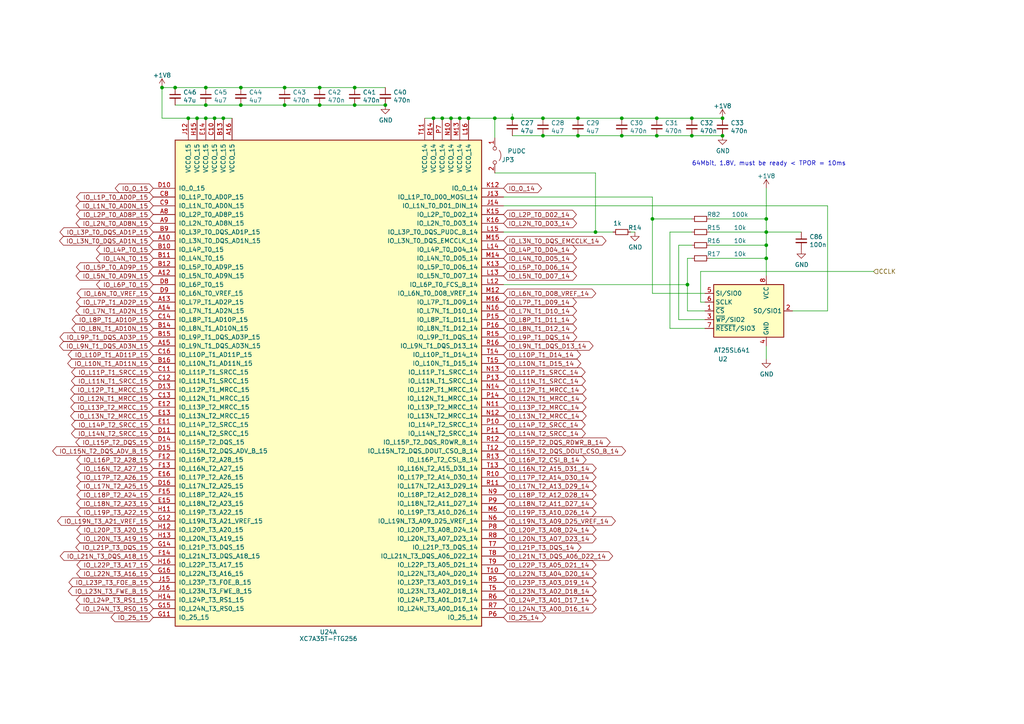
<source format=kicad_sch>
(kicad_sch (version 20230121) (generator eeschema)
  (paper "A4")
  (junction (at 92.71 30.48))
  (junction (at 143.51 34.29))
  (junction (at 180.34 34.29))
  (junction (at 199.39 82.55))
  (junction (at 135.89 34.29))
  (junction (at 69.85 30.48))
  (junction (at 125.73 34.29))
  (junction (at 157.48 34.29))
  (junction (at 222.25 74.93))
  (junction (at 180.34 39.37))
  (junction (at 59.69 25.4))
  (junction (at 190.5 34.29))
  (junction (at 92.71 25.4))
  (junction (at 189.23 63.5))
  (junction (at 172.72 67.31))
  (junction (at 167.64 39.37))
  (junction (at 46.99 25.4))
  (junction (at 200.66 34.29))
  (junction (at 59.69 34.29))
  (junction (at 190.5 39.37))
  (junction (at 148.59 34.29))
  (junction (at 102.87 25.4))
  (junction (at 50.8 25.4))
  (junction (at 59.69 30.48))
  (junction (at 130.81 34.29))
  (junction (at 82.55 30.48))
  (junction (at 54.61 34.29))
  (junction (at 200.66 39.37))
  (junction (at 222.25 71.12))
  (junction (at 222.25 67.31))
  (junction (at 102.87 30.48))
  (junction (at 57.15 34.29))
  (junction (at 69.85 25.4))
  (junction (at 157.48 39.37))
  (junction (at 133.35 34.29))
  (junction (at 62.23 34.29))
  (junction (at 82.55 25.4))
  (junction (at 128.27 34.29))
  (junction (at 167.64 34.29))
  (junction (at 111.76 30.48))
  (junction (at 222.25 63.5))
  (junction (at 64.77 34.29))
  (junction (at 209.55 39.37))
  (junction (at 209.55 34.29))
  (wire (pts (xy 194.31 95.25) (xy 204.47 95.25)))
  (wire (pts (xy 232.41 67.31) (xy 222.25 67.31)))
  (wire (pts (xy 50.8 25.4) (xy 59.69 25.4)))
  (wire (pts (xy 146.05 57.15) (xy 189.23 57.15)))
  (wire (pts (xy 69.85 25.4) (xy 82.55 25.4)))
  (wire (pts (xy 148.59 33.02) (xy 148.59 34.29)))
  (wire (pts (xy 92.71 25.4) (xy 102.87 25.4)))
  (wire (pts (xy 240.03 59.69) (xy 240.03 90.17)))
  (wire (pts (xy 189.23 63.5) (xy 189.23 85.09)))
  (wire (pts (xy 146.05 82.55) (xy 199.39 82.55)))
  (wire (pts (xy 204.47 87.63) (xy 203.2 87.63)))
  (wire (pts (xy 143.51 34.29) (xy 143.51 40.005)))
  (wire (pts (xy 190.5 39.37) (xy 200.66 39.37)))
  (wire (pts (xy 64.77 34.29) (xy 67.31 34.29)))
  (wire (pts (xy 222.25 67.31) (xy 222.25 71.12)))
  (wire (pts (xy 172.72 50.165) (xy 172.72 67.31)))
  (wire (pts (xy 59.69 34.29) (xy 62.23 34.29)))
  (wire (pts (xy 189.23 63.5) (xy 200.66 63.5)))
  (wire (pts (xy 222.25 54.61) (xy 222.25 63.5)))
  (wire (pts (xy 180.34 34.29) (xy 190.5 34.29)))
  (wire (pts (xy 229.87 90.17) (xy 240.03 90.17)))
  (wire (pts (xy 189.23 57.15) (xy 189.23 63.5)))
  (wire (pts (xy 205.74 67.31) (xy 222.25 67.31)))
  (wire (pts (xy 130.81 34.29) (xy 133.35 34.29)))
  (wire (pts (xy 199.39 74.93) (xy 200.66 74.93)))
  (wire (pts (xy 146.05 59.69) (xy 240.03 59.69)))
  (wire (pts (xy 190.5 34.29) (xy 200.66 34.29)))
  (wire (pts (xy 92.71 30.48) (xy 102.87 30.48)))
  (wire (pts (xy 82.55 30.48) (xy 92.71 30.48)))
  (wire (pts (xy 143.51 50.165) (xy 172.72 50.165)))
  (wire (pts (xy 200.66 34.29) (xy 209.55 34.29)))
  (wire (pts (xy 69.85 30.48) (xy 59.69 30.48)))
  (wire (pts (xy 82.55 25.4) (xy 92.71 25.4)))
  (wire (pts (xy 205.74 71.12) (xy 222.25 71.12)))
  (wire (pts (xy 167.64 34.29) (xy 180.34 34.29)))
  (wire (pts (xy 199.39 90.17) (xy 199.39 82.55)))
  (wire (pts (xy 222.25 71.12) (xy 222.25 74.93)))
  (wire (pts (xy 199.39 74.93) (xy 199.39 82.55)))
  (wire (pts (xy 200.66 39.37) (xy 209.55 39.37)))
  (wire (pts (xy 102.87 30.48) (xy 111.76 30.48)))
  (wire (pts (xy 125.73 34.29) (xy 128.27 34.29)))
  (wire (pts (xy 146.05 67.31) (xy 172.72 67.31)))
  (wire (pts (xy 203.2 78.74) (xy 253.365 78.74)))
  (wire (pts (xy 157.48 34.29) (xy 148.59 34.29)))
  (wire (pts (xy 167.64 39.37) (xy 157.48 39.37)))
  (wire (pts (xy 128.27 34.29) (xy 130.81 34.29)))
  (wire (pts (xy 46.99 34.29) (xy 46.99 25.4)))
  (wire (pts (xy 69.85 25.4) (xy 59.69 25.4)))
  (wire (pts (xy 46.99 25.4) (xy 50.8 25.4)))
  (wire (pts (xy 57.15 34.29) (xy 59.69 34.29)))
  (wire (pts (xy 62.23 34.29) (xy 64.77 34.29)))
  (wire (pts (xy 135.89 34.29) (xy 143.51 34.29)))
  (wire (pts (xy 172.72 67.31) (xy 177.8 67.31)))
  (wire (pts (xy 222.25 100.33) (xy 222.25 104.14)))
  (wire (pts (xy 180.34 39.37) (xy 190.5 39.37)))
  (wire (pts (xy 59.69 30.48) (xy 50.8 30.48)))
  (wire (pts (xy 222.25 74.93) (xy 222.25 80.01)))
  (wire (pts (xy 203.2 87.63) (xy 203.2 78.74)))
  (wire (pts (xy 102.87 25.4) (xy 111.76 25.4)))
  (wire (pts (xy 196.85 92.71) (xy 204.47 92.71)))
  (wire (pts (xy 69.85 30.48) (xy 82.55 30.48)))
  (wire (pts (xy 54.61 34.29) (xy 57.15 34.29)))
  (wire (pts (xy 200.66 67.31) (xy 194.31 67.31)))
  (wire (pts (xy 167.64 39.37) (xy 180.34 39.37)))
  (wire (pts (xy 123.19 34.29) (xy 125.73 34.29)))
  (wire (pts (xy 133.35 34.29) (xy 135.89 34.29)))
  (wire (pts (xy 194.31 67.31) (xy 194.31 95.25)))
  (wire (pts (xy 200.66 71.12) (xy 196.85 71.12)))
  (wire (pts (xy 143.51 34.29) (xy 148.59 34.29)))
  (wire (pts (xy 189.23 85.09) (xy 204.47 85.09)))
  (wire (pts (xy 205.74 63.5) (xy 222.25 63.5)))
  (wire (pts (xy 205.74 74.93) (xy 222.25 74.93)))
  (wire (pts (xy 222.25 63.5) (xy 222.25 67.31)))
  (wire (pts (xy 46.99 34.29) (xy 54.61 34.29)))
  (wire (pts (xy 182.88 67.31) (xy 184.15 67.31)))
  (wire (pts (xy 204.47 90.17) (xy 199.39 90.17)))
  (wire (pts (xy 196.85 71.12) (xy 196.85 92.71)))
  (wire (pts (xy 167.64 34.29) (xy 157.48 34.29)))
  (wire (pts (xy 157.48 39.37) (xy 148.59 39.37)))
  (text "64Mbit, 1.8V, must be ready < TPOR = 10ms" (at 200.66 48.26 0) (effects (font (size 1.27 1.27)) (justify left bottom)))
  (global_label "IO_L1N_T0_AD0N_15" (shape bidirectional) (at 44.45 59.69 180) (property "Intersheetrefs" "${INTERSHEET_REFS}" (effects hide)))
  (global_label "IO_L6P_T0_15" (shape bidirectional) (at 44.45 82.55 180) (property "Intersheetrefs" "${INTERSHEET_REFS}" (effects hide)))
  (global_label "IO_25_14" (shape bidirectional) (at 146.05 179.07 0) (property "Intersheetrefs" "${INTERSHEET_REFS}" (effects hide)))
  (global_label "IO_L20P_T3_A20_15" (shape bidirectional) (at 44.45 153.67 180) (property "Intersheetrefs" "${INTERSHEET_REFS}" (effects hide)))
  (global_label "IO_L15P_T2_DQS_15" (shape bidirectional) (at 44.45 128.27 180) (property "Intersheetrefs" "${INTERSHEET_REFS}" (effects hide)))
  (global_label "IO_L3N_T0_DQS_AD1N_15" (shape bidirectional) (at 44.45 69.85 180) (property "Intersheetrefs" "${INTERSHEET_REFS}" (effects hide)))
  (global_label "IO_L14N_T2_SRCC_14" (shape bidirectional) (at 146.05 125.73 0) (property "Intersheetrefs" "${INTERSHEET_REFS}" (effects hide)))
  (global_label "IO_L23N_T3_A02_D18_14" (shape bidirectional) (at 146.05 171.45 0) (property "Intersheetrefs" "${INTERSHEET_REFS}" (effects hide)))
  (global_label "IO_L17N_T2_A25_15" (shape bidirectional) (at 44.45 140.97 180) (property "Intersheetrefs" "${INTERSHEET_REFS}" (effects hide)))
  (global_label "IO_L10N_T1_AD11N_15" (shape bidirectional) (at 44.45 105.41 180) (property "Intersheetrefs" "${INTERSHEET_REFS}" (effects hide)))
  (global_label "IO_L5N_T0_D07_14" (shape bidirectional) (at 146.05 80.01 0) (property "Intersheetrefs" "${INTERSHEET_REFS}" (effects hide)))
  (global_label "IO_L4P_T0_D04_14" (shape bidirectional) (at 146.05 72.39 0) (property "Intersheetrefs" "${INTERSHEET_REFS}" (effects hide)))
  (global_label "IO_L4P_T0_15" (shape bidirectional) (at 44.45 72.39 180) (property "Intersheetrefs" "${INTERSHEET_REFS}" (effects hide)))
  (global_label "IO_L14P_T2_SRCC_14" (shape bidirectional) (at 146.05 123.19 0) (property "Intersheetrefs" "${INTERSHEET_REFS}" (effects hide)))
  (global_label "IO_L16N_T2_A15_D31_14" (shape bidirectional) (at 146.05 135.89 0) (property "Intersheetrefs" "${INTERSHEET_REFS}" (effects hide)))
  (global_label "IO_L11P_T1_SRCC_15" (shape bidirectional) (at 44.45 107.95 180) (property "Intersheetrefs" "${INTERSHEET_REFS}" (effects hide)))
  (global_label "IO_L20N_T3_A19_15" (shape bidirectional) (at 44.45 156.21 180) (property "Intersheetrefs" "${INTERSHEET_REFS}" (effects hide)))
  (global_label "IO_L19N_T3_A09_D25_VREF_14" (shape bidirectional) (at 146.05 151.13 0) (property "Intersheetrefs" "${INTERSHEET_REFS}" (effects hide)))
  (global_label "IO_L21P_T3_DQS_15" (shape bidirectional) (at 44.45 158.75 180) (property "Intersheetrefs" "${INTERSHEET_REFS}" (effects hide)))
  (global_label "IO_L22N_T3_A04_D20_14" (shape bidirectional) (at 146.05 166.37 0) (property "Intersheetrefs" "${INTERSHEET_REFS}" (effects hide)))
  (global_label "IO_L12N_T1_MRCC_14" (shape bidirectional) (at 146.05 115.57 0) (property "Intersheetrefs" "${INTERSHEET_REFS}" (effects hide)))
  (global_label "IO_L7N_T1_D10_14" (shape bidirectional) (at 146.05 90.17 0) (property "Intersheetrefs" "${INTERSHEET_REFS}" (effects hide)))
  (global_label "IO_0_15" (shape bidirectional) (at 44.45 54.61 180) (property "Intersheetrefs" "${INTERSHEET_REFS}" (effects hide)))
  (global_label "IO_L8N_T1_AD10N_15" (shape bidirectional) (at 44.45 95.25 180) (property "Intersheetrefs" "${INTERSHEET_REFS}" (effects hide)))
  (global_label "IO_L1P_T0_AD0P_15" (shape bidirectional) (at 44.45 57.15 180) (property "Intersheetrefs" "${INTERSHEET_REFS}" (effects hide)))
  (global_label "IO_L24N_T3_RS0_15" (shape bidirectional) (at 44.45 176.53 180) (property "Intersheetrefs" "${INTERSHEET_REFS}" (effects hide)))
  (global_label "IO_L8N_T1_D12_14" (shape bidirectional) (at 146.05 95.25 0) (property "Intersheetrefs" "${INTERSHEET_REFS}" (effects hide)))
  (global_label "IO_L23P_T3_A03_D19_14" (shape bidirectional) (at 146.05 168.91 0) (property "Intersheetrefs" "${INTERSHEET_REFS}" (effects hide)))
  (global_label "IO_L21N_T3_DQS_A18_15" (shape bidirectional) (at 44.45 161.29 180) (property "Intersheetrefs" "${INTERSHEET_REFS}" (effects hide)))
  (global_label "IO_L5N_T0_AD9N_15" (shape bidirectional) (at 44.45 80.01 180) (property "Intersheetrefs" "${INTERSHEET_REFS}" (effects hide)))
  (global_label "IO_L12P_T1_MRCC_15" (shape bidirectional) (at 44.45 113.03 180) (property "Intersheetrefs" "${INTERSHEET_REFS}" (effects hide)))
  (global_label "IO_L14N_T2_SRCC_15" (shape bidirectional) (at 44.45 125.73 180) (property "Intersheetrefs" "${INTERSHEET_REFS}" (effects hide)))
  (global_label "IO_L7P_T1_AD2P_15" (shape bidirectional) (at 44.45 87.63 180) (property "Intersheetrefs" "${INTERSHEET_REFS}" (effects hide)))
  (global_label "IO_L21P_T3_DQS_14" (shape bidirectional) (at 146.05 158.75 0) (property "Intersheetrefs" "${INTERSHEET_REFS}" (effects hide)))
  (global_label "IO_L2P_T0_AD8P_15" (shape bidirectional) (at 44.45 62.23 180) (property "Intersheetrefs" "${INTERSHEET_REFS}" (effects hide)))
  (global_label "IO_L10P_T1_D14_14" (shape bidirectional) (at 146.05 102.87 0) (property "Intersheetrefs" "${INTERSHEET_REFS}" (effects hide)))
  (global_label "IO_L23N_T3_FWE_B_15" (shape bidirectional) (at 44.45 171.45 180) (property "Intersheetrefs" "${INTERSHEET_REFS}" (effects hide)))
  (global_label "IO_L15N_T2_DQS_DOUT_CSO_B_14" (shape bidirectional) (at 146.05 130.81 0) (property "Intersheetrefs" "${INTERSHEET_REFS}" (effects hide)))
  (global_label "IO_L24N_T3_A00_D16_14" (shape bidirectional) (at 146.05 176.53 0) (property "Intersheetrefs" "${INTERSHEET_REFS}" (effects hide)))
  (global_label "IO_L2N_T0_D03_14" (shape bidirectional) (at 146.05 64.77 0) (property "Intersheetrefs" "${INTERSHEET_REFS}" (effects hide)))
  (global_label "IO_25_15" (shape bidirectional) (at 44.45 179.07 180) (property "Intersheetrefs" "${INTERSHEET_REFS}" (effects hide)))
  (global_label "IO_L7N_T1_AD2N_15" (shape bidirectional) (at 44.45 90.17 180) (property "Intersheetrefs" "${INTERSHEET_REFS}" (effects hide)))
  (global_label "IO_L12N_T1_MRCC_15" (shape bidirectional) (at 44.45 115.57 180) (property "Intersheetrefs" "${INTERSHEET_REFS}" (effects hide)))
  (global_label "IO_L3P_T0_DQS_AD1P_15" (shape bidirectional) (at 44.45 67.31 180) (property "Intersheetrefs" "${INTERSHEET_REFS}" (effects hide)))
  (global_label "IO_L20N_T3_A07_D23_14" (shape bidirectional) (at 146.05 156.21 0) (property "Intersheetrefs" "${INTERSHEET_REFS}" (effects hide)))
  (global_label "IO_L7P_T1_D09_14" (shape bidirectional) (at 146.05 87.63 0) (property "Intersheetrefs" "${INTERSHEET_REFS}" (effects hide)))
  (global_label "IO_L11N_T1_SRCC_15" (shape bidirectional) (at 44.45 110.49 180) (property "Intersheetrefs" "${INTERSHEET_REFS}" (effects hide)))
  (global_label "IO_L2P_T0_D02_14" (shape bidirectional) (at 146.05 62.23 0) (property "Intersheetrefs" "${INTERSHEET_REFS}" (effects hide)))
  (global_label "IO_L3N_T0_DQS_EMCCLK_14" (shape bidirectional) (at 146.05 69.85 0) (property "Intersheetrefs" "${INTERSHEET_REFS}" (effects hide)))
  (global_label "IO_L23P_T3_FOE_B_15" (shape bidirectional) (at 44.45 168.91 180) (property "Intersheetrefs" "${INTERSHEET_REFS}" (effects hide)))
  (global_label "IO_L17N_T2_A13_D29_14" (shape bidirectional) (at 146.05 140.97 0) (property "Intersheetrefs" "${INTERSHEET_REFS}" (effects hide)))
  (global_label "IO_L4N_T0_15" (shape bidirectional) (at 44.45 74.93 180) (property "Intersheetrefs" "${INTERSHEET_REFS}" (effects hide)))
  (global_label "IO_L8P_T1_D11_14" (shape bidirectional) (at 146.05 92.71 0) (property "Intersheetrefs" "${INTERSHEET_REFS}" (effects hide)))
  (global_label "IO_L9N_T1_DQS_AD3N_15" (shape bidirectional) (at 44.45 100.33 180) (property "Intersheetrefs" "${INTERSHEET_REFS}" (effects hide)))
  (global_label "IO_L22P_T3_A17_15" (shape bidirectional) (at 44.45 163.83 180) (property "Intersheetrefs" "${INTERSHEET_REFS}" (effects hide)))
  (global_label "IO_L5P_T0_D06_14" (shape bidirectional) (at 146.05 77.47 0) (property "Intersheetrefs" "${INTERSHEET_REFS}" (effects hide)))
  (global_label "IO_L24P_T3_A01_D17_14" (shape bidirectional) (at 146.05 173.99 0) (property "Intersheetrefs" "${INTERSHEET_REFS}" (effects hide)))
  (global_label "IO_L11P_T1_SRCC_14" (shape bidirectional) (at 146.05 107.95 0) (property "Intersheetrefs" "${INTERSHEET_REFS}" (effects hide)))
  (global_label "IO_L19N_T3_A21_VREF_15" (shape bidirectional) (at 44.45 151.13 180) (property "Intersheetrefs" "${INTERSHEET_REFS}" (effects hide)))
  (global_label "IO_L9N_T1_DQS_D13_14" (shape bidirectional) (at 146.05 100.33 0) (property "Intersheetrefs" "${INTERSHEET_REFS}" (effects hide)))
  (global_label "IO_L18N_T2_A23_15" (shape bidirectional) (at 44.45 146.05 180) (property "Intersheetrefs" "${INTERSHEET_REFS}" (effects hide)))
  (global_label "IO_L18N_T2_A11_D27_14" (shape bidirectional) (at 146.05 146.05 0) (property "Intersheetrefs" "${INTERSHEET_REFS}" (effects hide)))
  (global_label "IO_L17P_T2_A14_D30_14" (shape bidirectional) (at 146.05 138.43 0) (property "Intersheetrefs" "${INTERSHEET_REFS}" (effects hide)))
  (global_label "IO_L22N_T3_A16_15" (shape bidirectional) (at 44.45 166.37 180) (property "Intersheetrefs" "${INTERSHEET_REFS}" (effects hide)))
  (global_label "IO_L8P_T1_AD10P_15" (shape bidirectional) (at 44.45 92.71 180) (property "Intersheetrefs" "${INTERSHEET_REFS}" (effects hide)))
  (global_label "IO_L13N_T2_MRCC_15" (shape bidirectional) (at 44.45 120.65 180) (property "Intersheetrefs" "${INTERSHEET_REFS}" (effects hide)))
  (global_label "IO_L18P_T2_A24_15" (shape bidirectional) (at 44.45 143.51 180) (property "Intersheetrefs" "${INTERSHEET_REFS}" (effects hide)))
  (global_label "IO_L5P_T0_AD9P_15" (shape bidirectional) (at 44.45 77.47 180) (property "Intersheetrefs" "${INTERSHEET_REFS}" (effects hide)))
  (global_label "IO_L13N_T2_MRCC_14" (shape bidirectional) (at 146.05 120.65 0) (property "Intersheetrefs" "${INTERSHEET_REFS}" (effects hide)))
  (global_label "IO_L16P_T2_CSI_B_14" (shape bidirectional) (at 146.05 133.35 0) (property "Intersheetrefs" "${INTERSHEET_REFS}" (effects hide)))
  (global_label "IO_L2N_T0_AD8N_15" (shape bidirectional) (at 44.45 64.77 180) (property "Intersheetrefs" "${INTERSHEET_REFS}" (effects hide)))
  (global_label "IO_L9P_T1_DQS_14" (shape bidirectional) (at 146.05 97.79 0) (property "Intersheetrefs" "${INTERSHEET_REFS}" (effects hide)))
  (global_label "IO_L15P_T2_DQS_RDWR_B_14" (shape bidirectional) (at 146.05 128.27 0) (property "Intersheetrefs" "${INTERSHEET_REFS}" (effects hide)))
  (global_label "IO_L13P_T2_MRCC_14" (shape bidirectional) (at 146.05 118.11 0) (property "Intersheetrefs" "${INTERSHEET_REFS}" (effects hide)))
  (global_label "IO_L13P_T2_MRCC_15" (shape bidirectional) (at 44.45 118.11 180) (property "Intersheetrefs" "${INTERSHEET_REFS}" (effects hide)))
  (global_label "IO_L18P_T2_A12_D28_14" (shape bidirectional) (at 146.05 143.51 0) (property "Intersheetrefs" "${INTERSHEET_REFS}" (effects hide)))
  (global_label "IO_L10N_T1_D15_14" (shape bidirectional) (at 146.05 105.41 0) (property "Intersheetrefs" "${INTERSHEET_REFS}" (effects hide)))
  (global_label "IO_L14P_T2_SRCC_15" (shape bidirectional) (at 44.45 123.19 180) (property "Intersheetrefs" "${INTERSHEET_REFS}" (effects hide)))
  (global_label "IO_L15N_T2_DQS_ADV_B_15" (shape bidirectional) (at 44.45 130.81 180) (property "Intersheetrefs" "${INTERSHEET_REFS}" (effects hide)))
  (global_label "IO_L17P_T2_A26_15" (shape bidirectional) (at 44.45 138.43 180) (property "Intersheetrefs" "${INTERSHEET_REFS}" (effects hide)))
  (global_label "IO_L22P_T3_A05_D21_14" (shape bidirectional) (at 146.05 163.83 0) (property "Intersheetrefs" "${INTERSHEET_REFS}" (effects hide)))
  (global_label "IO_0_14" (shape bidirectional) (at 146.05 54.61 0) (property "Intersheetrefs" "${INTERSHEET_REFS}" (effects hide)))
  (global_label "IO_L19P_T3_A10_D26_14" (shape bidirectional) (at 146.05 148.59 0) (property "Intersheetrefs" "${INTERSHEET_REFS}" (effects hide)))
  (global_label "IO_L24P_T3_RS1_15" (shape bidirectional) (at 44.45 173.99 180) (property "Intersheetrefs" "${INTERSHEET_REFS}" (effects hide)))
  (global_label "IO_L19P_T3_A22_15" (shape bidirectional) (at 44.45 148.59 180) (property "Intersheetrefs" "${INTERSHEET_REFS}" (effects hide)))
  (global_label "IO_L11N_T1_SRCC_14" (shape bidirectional) (at 146.05 110.49 0) (property "Intersheetrefs" "${INTERSHEET_REFS}" (effects hide)))
  (global_label "IO_L16N_T2_A27_15" (shape bidirectional) (at 44.45 135.89 180) (property "Intersheetrefs" "${INTERSHEET_REFS}" (effects hide)))
  (global_label "IO_L12P_T1_MRCC_14" (shape bidirectional) (at 146.05 113.03 0) (property "Intersheetrefs" "${INTERSHEET_REFS}" (effects hide)))
  (global_label "IO_L4N_T0_D05_14" (shape bidirectional) (at 146.05 74.93 0) (property "Intersheetrefs" "${INTERSHEET_REFS}" (effects hide)))
  (global_label "IO_L9P_T1_DQS_AD3P_15" (shape bidirectional) (at 44.45 97.79 180) (property "Intersheetrefs" "${INTERSHEET_REFS}" (effects hide)))
  (global_label "IO_L6N_T0_VREF_15" (shape bidirectional) (at 44.45 85.09 180) (property "Intersheetrefs" "${INTERSHEET_REFS}" (effects hide)))
  (global_label "IO_L21N_T3_DQS_A06_D22_14" (shape bidirectional) (at 146.05 161.29 0) (property "Intersheetrefs" "${INTERSHEET_REFS}" (effects hide)))
  (global_label "IO_L20P_T3_A08_D24_14" (shape bidirectional) (at 146.05 153.67 0) (property "Intersheetrefs" "${INTERSHEET_REFS}" (effects hide)))
  (global_label "IO_L16P_T2_A28_15" (shape bidirectional) (at 44.45 133.35 180) (property "Intersheetrefs" "${INTERSHEET_REFS}" (effects hide)))
  (global_label "IO_L6N_T0_D08_VREF_14" (shape bidirectional) (at 146.05 85.09 0) (property "Intersheetrefs" "${INTERSHEET_REFS}" (effects hide)))
  (global_label "IO_L10P_T1_AD11P_15" (shape bidirectional) (at 44.45 102.87 180) (property "Intersheetrefs" "${INTERSHEET_REFS}" (effects hide)))
  (hierarchical_label "CCLK" (shape input) (at 253.365 78.74 0))
  (symbol (lib_id "Memory_Flash:MX25R3235FZNxx0") (at 217.17 90.17 0) (unit 1)
    (property "Reference" "U2" (at 208.28 104.14 0) (effects (justify left)))
    (property "Value" "AT25SL641" (at 207.01 101.6 0) (effects (justify left)))
    (property "Footprint" "Package_SON:WSON-8-1EP_6x5mm_P1.27mm_EP3.4x4mm" (effects hide))
    (property "Datasheet" "http://www.macronix.com/Lists/Datasheet/Attachments/7534/MX25R3235F,%20Wide%20Range,%2032Mb,%20v1.6.pdf" (effects hide))
    (instances (project "ecevr-proto" (path "" (reference "U2") (unit 1))) (project "usbadc" (path "" (reference "U25") (unit 1))))
  )
  (symbol (lib_id "power:+1V8") (at 222.25 54.61 0) (unit 1)
    (property "Reference" "#PWR?" (effects hide))
    (property "Value" "+1V8" (at 222.25 51.054 0))
    (instances (project "usbadc" (path "" (reference "#PWR?") (unit 1)) (path "" (reference "#PWR093") (unit 1))))
  )
  (symbol (lib_id "power:+1V8") (at 209.55 34.29 0) (unit 1)
    (property "Reference" "#PWR?" (effects hide))
    (property "Value" "+1V8" (at 209.55 30.734 0))
    (instances (project "usbadc" (path "" (reference "#PWR?") (unit 1)) (path "" (reference "#PWR089") (unit 1))))
  )
  (symbol (lib_id "Device:C_Small") (at 190.5 36.83 0) (unit 1)
    (property "Reference" "C31" (at 192.8368 35.6616 0) (effects (justify left)))
    (property "Value" "470n" (at 192.8368 37.973 0) (effects (justify left)))
    (property "Footprint" "Capacitor_SMD:C_0402_1005Metric" (effects hide))
    (instances (project "ecevr-proto" (path "" (reference "C31") (unit 1))) (project "usbadc" (path "" (reference "C118") (unit 1))))
  )
  (symbol (lib_id "power:GND") (at 111.76 30.48 0) (unit 1)
    (property "Reference" "#PWR0209" (effects hide))
    (property "Value" "GND" (at 111.887 34.8742 0))
    (instances (project "ecevr-proto" (path "" (reference "#PWR0209") (unit 1))) (project "usbadc" (path "" (reference "#PWR092") (unit 1))))
  )
  (symbol (lib_id "FPGA_Xilinx_Artix7:XC7A35T-FTG256") (at 95.25 107.95 0) (mirror y) (unit 1)
    (property "Reference" "U24" (at 95.25 183.3325 0))
    (property "Value" "XC7A35T-FTG256" (at 95.25 185.2535 0))
    (property "Footprint" "Package_BGA:Xilinx_FTG256" (effects hide))
  )
  (symbol (lib_id "power:+1V8") (at 46.99 25.4 0) (unit 1)
    (property "Reference" "#PWR?" (effects hide))
    (property "Value" "+1V8" (at 46.99 21.844 0))
    (instances (project "usbadc" (path "" (reference "#PWR?") (unit 1)) (path "" (reference "#PWR086") (unit 1))))
  )
  (symbol (lib_id "Device:R_Small") (at 203.2 63.5 270) (unit 1)
    (property "Reference" "R82" (at 207.01 62.23 90))
    (property "Value" "100k" (at 214.63 62.23 90))
    (property "Footprint" "Resistor_SMD:R_0603_1608Metric" (effects hide))
    (instances (project "ecevr-proto" (path "" (reference "R82") (unit 1))) (project "usbadc" (path "" (reference "R101") (unit 1))))
  )
  (symbol (lib_id "Device:C_Small") (at 200.66 36.83 0) (unit 1)
    (property "Reference" "C32" (at 202.9968 35.6616 0) (effects (justify left)))
    (property "Value" "470n" (at 202.9968 37.973 0) (effects (justify left)))
    (property "Footprint" "Capacitor_SMD:C_0402_1005Metric" (effects hide))
    (instances (project "ecevr-proto" (path "" (reference "C32") (unit 1))) (project "usbadc" (path "" (reference "C119") (unit 1))))
  )
  (symbol (lib_id "Device:C_Small") (at 102.87 27.94 0) (unit 1)
    (property "Reference" "C41" (at 105.2068 26.7716 0) (effects (justify left)))
    (property "Value" "470n" (at 105.2068 29.083 0) (effects (justify left)))
    (property "Footprint" "Capacitor_SMD:C_0402_1005Metric" (effects hide))
    (instances (project "ecevr-proto" (path "" (reference "C41") (unit 1))) (project "usbadc" (path "" (reference "C123") (unit 1))))
  )
  (symbol (lib_id "Device:R_Small") (at 203.2 67.31 270) (unit 1)
    (property "Reference" "R15" (at 207.01 66.04 90))
    (property "Value" "10k" (at 214.63 66.04 90))
    (property "Footprint" "Resistor_SMD:R_0603_1608Metric" (effects hide))
    (instances (project "ecevr-proto" (path "" (reference "R15") (unit 1))) (project "usbadc" (path "" (reference "R102") (unit 1))))
  )
  (symbol (lib_id "power:GND") (at 184.15 67.31 0) (unit 1)
    (property "Reference" "#PWR0147" (effects hide))
    (property "Value" "GND" (at 184.277 71.7042 0))
    (instances (project "ecevr-proto" (path "" (reference "#PWR0147") (unit 1))) (project "usbadc" (path "" (reference "#PWR087") (unit 1))))
  )
  (symbol (lib_id "Device:C_Small") (at 92.71 27.94 0) (unit 1)
    (property "Reference" "C42" (at 95.0468 26.7716 0) (effects (justify left)))
    (property "Value" "470n" (at 95.0468 29.083 0) (effects (justify left)))
    (property "Footprint" "Capacitor_SMD:C_0402_1005Metric" (effects hide))
    (instances (project "ecevr-proto" (path "" (reference "C42") (unit 1))) (project "usbadc" (path "" (reference "C124") (unit 1))))
  )
  (symbol (lib_id "power:GND") (at 209.55 39.37 0) (unit 1)
    (property "Reference" "#PWR0146" (effects hide))
    (property "Value" "GND" (at 209.677 43.7642 0))
    (instances (project "ecevr-proto" (path "" (reference "#PWR0146") (unit 1))) (project "usbadc" (path "" (reference "#PWR088") (unit 1))))
  )
  (symbol (lib_id "Device:C_Small") (at 82.55 27.94 0) (unit 1)
    (property "Reference" "C43" (at 84.8868 26.7716 0) (effects (justify left)))
    (property "Value" "470n" (at 84.8868 29.083 0) (effects (justify left)))
    (property "Footprint" "Capacitor_SMD:C_0402_1005Metric" (effects hide))
    (instances (project "ecevr-proto" (path "" (reference "C43") (unit 1))) (project "usbadc" (path "" (reference "C125") (unit 1))))
  )
  (symbol (lib_id "Device:C_Small") (at 157.48 36.83 0) (unit 1)
    (property "Reference" "C28" (at 159.8168 35.6616 0) (effects (justify left)))
    (property "Value" "4u7" (at 159.8168 37.973 0) (effects (justify left)))
    (property "Footprint" "Capacitor_SMD:C_0805_2012Metric" (effects hide))
    (instances (project "ecevr-proto" (path "" (reference "C28") (unit 1))) (project "usbadc" (path "" (reference "C86") (unit 1))))
  )
  (symbol (lib_id "Device:C_Small") (at 50.8 27.94 0) (unit 1)
    (property "Reference" "C46" (at 53.1368 26.7716 0) (effects (justify left)))
    (property "Value" "47u" (at 53.1368 29.083 0) (effects (justify left)))
    (property "Footprint" "Capacitor_SMD:C_1210_3225Metric" (effects hide))
    (instances (project "ecevr-proto" (path "" (reference "C46") (unit 1))) (project "usbadc" (path "" (reference "C128") (unit 1))))
  )
  (symbol (lib_id "Device:R_Small") (at 203.2 74.93 270) (unit 1)
    (property "Reference" "R17" (at 207.01 73.66 90))
    (property "Value" "10k" (at 214.63 73.66 90))
    (property "Footprint" "Resistor_SMD:R_0603_1608Metric" (effects hide))
    (instances (project "ecevr-proto" (path "" (reference "R17") (unit 1))) (project "usbadc" (path "" (reference "R104") (unit 1))))
  )
  (symbol (lib_id "Device:C_Small") (at 148.59 36.83 0) (unit 1)
    (property "Reference" "C27" (at 150.9268 35.6616 0) (effects (justify left)))
    (property "Value" "47u" (at 150.9268 37.973 0) (effects (justify left)))
    (property "Footprint" "Capacitor_SMD:C_1210_3225Metric" (effects hide))
    (instances (project "ecevr-proto" (path "" (reference "C27") (unit 1))) (project "usbadc" (path "" (reference "C72") (unit 1))))
  )
  (symbol (lib_id "power:GND") (at 222.25 104.14 0) (unit 1)
    (property "Reference" "#PWR0143" (effects hide))
    (property "Value" "GND" (at 222.377 108.5342 0))
    (instances (project "ecevr-proto" (path "" (reference "#PWR0143") (unit 1))) (project "usbadc" (path "" (reference "#PWR090") (unit 1))))
  )
  (symbol (lib_id "Device:C_Small") (at 59.69 27.94 0) (unit 1)
    (property "Reference" "C45" (at 62.0268 26.7716 0) (effects (justify left)))
    (property "Value" "4u7" (at 62.0268 29.083 0) (effects (justify left)))
    (property "Footprint" "Capacitor_SMD:C_0805_2012Metric" (effects hide))
    (instances (project "ecevr-proto" (path "" (reference "C45") (unit 1))) (project "usbadc" (path "" (reference "C127") (unit 1))))
  )
  (symbol (lib_id "Device:C_Small") (at 180.34 36.83 0) (unit 1)
    (property "Reference" "C30" (at 182.6768 35.6616 0) (effects (justify left)))
    (property "Value" "470n" (at 182.6768 37.973 0) (effects (justify left)))
    (property "Footprint" "Capacitor_SMD:C_0402_1005Metric" (effects hide))
    (instances (project "ecevr-proto" (path "" (reference "C30") (unit 1))) (project "usbadc" (path "" (reference "C117") (unit 1))))
  )
  (symbol (lib_id "Device:R_Small") (at 203.2 71.12 270) (unit 1)
    (property "Reference" "R16" (at 207.01 69.85 90))
    (property "Value" "10k" (at 214.63 69.85 90))
    (property "Footprint" "Resistor_SMD:R_0603_1608Metric" (effects hide))
    (instances (project "ecevr-proto" (path "" (reference "R16") (unit 1))) (project "usbadc" (path "" (reference "R103") (unit 1))))
  )
  (symbol (lib_id "Jumper:Jumper_2_Open") (at 143.51 45.085 270) (unit 1)
    (property "Reference" "JP3" (at 147.32 46.355 90))
    (property "Value" "PUDC" (at 149.86 43.815 90))
    (property "Footprint" "Connector_PinHeader_2.54mm:PinHeader_1x02_P2.54mm_Vertical" (effects hide))
    (instances (project "ecevr-proto" (path "" (reference "JP3") (unit 1))) (project "usbadc" (path "" (reference "JP1") (unit 1))))
  )
  (symbol (lib_id "Device:C_Small") (at 209.55 36.83 0) (unit 1)
    (property "Reference" "C33" (at 211.8868 35.6616 0) (effects (justify left)))
    (property "Value" "470n" (at 211.8868 37.973 0) (effects (justify left)))
    (property "Footprint" "Capacitor_SMD:C_0402_1005Metric" (effects hide))
    (instances (project "ecevr-proto" (path "" (reference "C33") (unit 1))) (project "usbadc" (path "" (reference "C120") (unit 1))))
  )
  (symbol (lib_id "power:GND") (at 232.41 72.39 0) (unit 1)
    (property "Reference" "#PWR0269" (effects hide))
    (property "Value" "GND" (at 232.537 76.7842 0))
    (instances (project "ecevr-proto" (path "" (reference "#PWR0269") (unit 1))) (project "usbadc" (path "" (reference "#PWR091") (unit 1))))
  )
  (symbol (lib_id "Device:C_Small") (at 232.41 69.85 0) (unit 1)
    (property "Reference" "C86" (at 234.7468 68.6816 0) (effects (justify left)))
    (property "Value" "100n" (at 234.7468 70.993 0) (effects (justify left)))
    (property "Footprint" "Capacitor_SMD:C_0603_1608Metric" (effects hide))
    (instances (project "ecevr-proto" (path "" (reference "C86") (unit 1))) (project "usbadc" (path "" (reference "C121") (unit 1))))
  )
  (symbol (lib_id "Device:C_Small") (at 111.76 27.94 0) (unit 1)
    (property "Reference" "C40" (at 114.0968 26.7716 0) (effects (justify left)))
    (property "Value" "470n" (at 114.0968 29.083 0) (effects (justify left)))
    (property "Footprint" "Capacitor_SMD:C_0402_1005Metric" (effects hide))
    (instances (project "ecevr-proto" (path "" (reference "C40") (unit 1))) (project "usbadc" (path "" (reference "C122") (unit 1))))
  )
  (symbol (lib_id "Device:R_Small") (at 180.34 67.31 270) (unit 1)
    (property "Reference" "R14" (at 184.15 66.04 90))
    (property "Value" "1k" (at 179.07 64.77 90))
    (property "Footprint" "Resistor_SMD:R_0603_1608Metric" (effects hide))
    (instances (project "ecevr-proto" (path "" (reference "R14") (unit 1))) (project "usbadc" (path "" (reference "R100") (unit 1))))
  )
  (symbol (lib_id "Device:C_Small") (at 69.85 27.94 0) (unit 1)
    (property "Reference" "C44" (at 72.1868 26.7716 0) (effects (justify left)))
    (property "Value" "4u7" (at 72.1868 29.083 0) (effects (justify left)))
    (property "Footprint" "Capacitor_SMD:C_0805_2012Metric" (effects hide))
    (instances (project "ecevr-proto" (path "" (reference "C44") (unit 1))) (project "usbadc" (path "" (reference "C126") (unit 1))))
  )
  (symbol (lib_id "Device:C_Small") (at 167.64 36.83 0) (unit 1)
    (property "Reference" "C29" (at 169.9768 35.6616 0) (effects (justify left)))
    (property "Value" "4u7" (at 169.9768 37.973 0) (effects (justify left)))
    (property "Footprint" "Capacitor_SMD:C_0805_2012Metric" (effects hide))
    (instances (project "ecevr-proto" (path "" (reference "C29") (unit 1))) (project "usbadc" (path "" (reference "C114") (unit 1))))
  )
)
</source>
